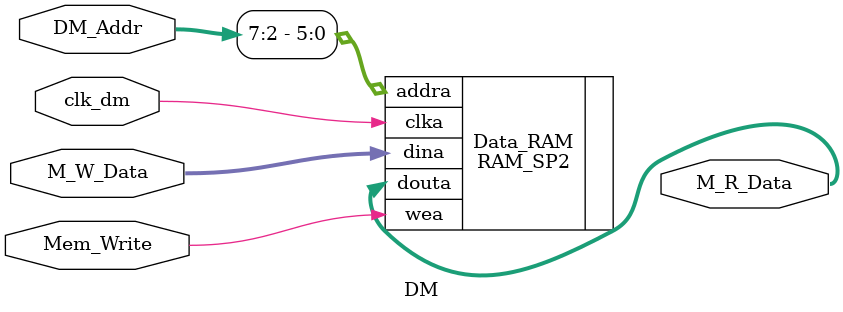
<source format=v>
`timescale 1ns / 1ps


module DM(
    input clk_dm,
    input Mem_Write,
    input [7:0] DM_Addr,
    input [31:0] M_W_Data,
    output [31:0] M_R_Data    
    );
    //´´½¨ÊµÀýÁ¬½ÓMemoryÄ£¿é
    RAM_SP2 Data_RAM (
      .clka(clk_dm),    // input wire clka
      .wea(Mem_Write),      // input wire [0 : 0] wea
      .addra(DM_Addr[7:2]),  // input wire [5 : 0] addra
      .dina(M_W_Data),    // input wire [31 : 0] dina
      .douta(M_R_Data)  // output wire [31 : 0] douta
    );
    
endmodule

</source>
